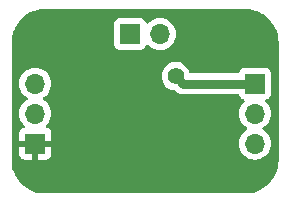
<source format=gbr>
%TF.GenerationSoftware,KiCad,Pcbnew,7.0.11*%
%TF.CreationDate,2024-08-15T23:53:51-03:00*%
%TF.ProjectId,amplifiers,616d706c-6966-4696-9572-732e6b696361,0.1*%
%TF.SameCoordinates,Original*%
%TF.FileFunction,Copper,L2,Bot*%
%TF.FilePolarity,Positive*%
%FSLAX46Y46*%
G04 Gerber Fmt 4.6, Leading zero omitted, Abs format (unit mm)*
G04 Created by KiCad (PCBNEW 7.0.11) date 2024-08-15 23:53:51*
%MOMM*%
%LPD*%
G01*
G04 APERTURE LIST*
%TA.AperFunction,ComponentPad*%
%ADD10R,1.700000X1.700000*%
%TD*%
%TA.AperFunction,ComponentPad*%
%ADD11O,1.700000X1.700000*%
%TD*%
%TA.AperFunction,ViaPad*%
%ADD12C,0.800000*%
%TD*%
%TA.AperFunction,ViaPad*%
%ADD13C,1.400000*%
%TD*%
%TA.AperFunction,Conductor*%
%ADD14C,0.800000*%
%TD*%
G04 APERTURE END LIST*
D10*
%TO.P,J3,1,Pin_1*%
%TO.N,+9V*%
X158800000Y-86500000D03*
D11*
%TO.P,J3,2,Pin_2*%
%TO.N,Net-(J3-Pin_2)*%
X158800000Y-89040000D03*
%TO.P,J3,3,Pin_3*%
%TO.N,Net-(J3-Pin_3)*%
X158800000Y-91580000D03*
%TD*%
D10*
%TO.P,J1,1,Pin_1*%
%TO.N,-9V*%
X140200000Y-91580000D03*
D11*
%TO.P,J1,2,Pin_2*%
%TO.N,Net-(J1-Pin_2)*%
X140200000Y-89040000D03*
%TO.P,J1,3,Pin_3*%
%TO.N,Net-(J1-Pin_3)*%
X140200000Y-86500000D03*
%TD*%
D10*
%TO.P,J2,1,Pin_1*%
%TO.N,Net-(J2-Pin_1)*%
X148230000Y-82300000D03*
D11*
%TO.P,J2,2,Pin_2*%
%TO.N,Net-(J2-Pin_2)*%
X150770000Y-82300000D03*
%TD*%
D12*
%TO.N,-9V*%
X143410000Y-90430000D03*
X157150000Y-94700000D03*
X144660000Y-85080000D03*
X140870000Y-81860000D03*
X150050000Y-93150000D03*
X157630000Y-82630000D03*
X141860000Y-94900000D03*
X149550000Y-85880000D03*
D13*
%TO.N,+9V*%
X152100000Y-85870000D03*
%TD*%
D14*
%TO.N,+9V*%
X152730000Y-86500000D02*
X152100000Y-85870000D01*
X158800000Y-86500000D02*
X152730000Y-86500000D01*
%TD*%
%TA.AperFunction,Conductor*%
%TO.N,-9V*%
G36*
X158003472Y-80200695D02*
G01*
X158306503Y-80217713D01*
X158320301Y-80219267D01*
X158616080Y-80269522D01*
X158629636Y-80272616D01*
X158917927Y-80355672D01*
X158931051Y-80360265D01*
X159208222Y-80475072D01*
X159220744Y-80481101D01*
X159423184Y-80592986D01*
X159483328Y-80626227D01*
X159495102Y-80633625D01*
X159739789Y-80807239D01*
X159750657Y-80815907D01*
X159974352Y-81015815D01*
X159984184Y-81025647D01*
X160184092Y-81249342D01*
X160192763Y-81260214D01*
X160366374Y-81504897D01*
X160373772Y-81516671D01*
X160518894Y-81779248D01*
X160524927Y-81791777D01*
X160639734Y-82068948D01*
X160644327Y-82082072D01*
X160727383Y-82370363D01*
X160730477Y-82383920D01*
X160780730Y-82679688D01*
X160782287Y-82693506D01*
X160799305Y-82996527D01*
X160799500Y-83003480D01*
X160799500Y-92996519D01*
X160799305Y-93003472D01*
X160782287Y-93306493D01*
X160780730Y-93320311D01*
X160730477Y-93616079D01*
X160727383Y-93629636D01*
X160644327Y-93917927D01*
X160639734Y-93931051D01*
X160524927Y-94208222D01*
X160518894Y-94220751D01*
X160373772Y-94483328D01*
X160366374Y-94495102D01*
X160192763Y-94739785D01*
X160184092Y-94750657D01*
X159984184Y-94974352D01*
X159974352Y-94984184D01*
X159750657Y-95184092D01*
X159739785Y-95192763D01*
X159495102Y-95366374D01*
X159483328Y-95373772D01*
X159220751Y-95518894D01*
X159208222Y-95524927D01*
X158931051Y-95639734D01*
X158917927Y-95644327D01*
X158629636Y-95727383D01*
X158616079Y-95730477D01*
X158320311Y-95780730D01*
X158306493Y-95782287D01*
X158003472Y-95799305D01*
X157996519Y-95799500D01*
X141003481Y-95799500D01*
X140996528Y-95799305D01*
X140693506Y-95782287D01*
X140679688Y-95780730D01*
X140383920Y-95730477D01*
X140370363Y-95727383D01*
X140082072Y-95644327D01*
X140068948Y-95639734D01*
X139791777Y-95524927D01*
X139779248Y-95518894D01*
X139516671Y-95373772D01*
X139504897Y-95366374D01*
X139260214Y-95192763D01*
X139249342Y-95184092D01*
X139025647Y-94984184D01*
X139015815Y-94974352D01*
X138815907Y-94750657D01*
X138807236Y-94739785D01*
X138633625Y-94495102D01*
X138626227Y-94483328D01*
X138481105Y-94220751D01*
X138475072Y-94208222D01*
X138360265Y-93931051D01*
X138355672Y-93917927D01*
X138272616Y-93629636D01*
X138269522Y-93616079D01*
X138250030Y-93501356D01*
X138219267Y-93320301D01*
X138217713Y-93306503D01*
X138200695Y-93003472D01*
X138200500Y-92996519D01*
X138200500Y-89040000D01*
X138844341Y-89040000D01*
X138864936Y-89275403D01*
X138864938Y-89275413D01*
X138926094Y-89503655D01*
X138926096Y-89503659D01*
X138926097Y-89503663D01*
X139025965Y-89717830D01*
X139025967Y-89717834D01*
X139134281Y-89872521D01*
X139161501Y-89911396D01*
X139161506Y-89911402D01*
X139283818Y-90033714D01*
X139317303Y-90095037D01*
X139312319Y-90164729D01*
X139270447Y-90220662D01*
X139239471Y-90237577D01*
X139107912Y-90286646D01*
X139107906Y-90286649D01*
X138992812Y-90372809D01*
X138992809Y-90372812D01*
X138906649Y-90487906D01*
X138906645Y-90487913D01*
X138856403Y-90622620D01*
X138856401Y-90622627D01*
X138850000Y-90682155D01*
X138850000Y-91330000D01*
X139766314Y-91330000D01*
X139740507Y-91370156D01*
X139700000Y-91508111D01*
X139700000Y-91651889D01*
X139740507Y-91789844D01*
X139766314Y-91830000D01*
X138850000Y-91830000D01*
X138850000Y-92477844D01*
X138856401Y-92537372D01*
X138856403Y-92537379D01*
X138906645Y-92672086D01*
X138906649Y-92672093D01*
X138992809Y-92787187D01*
X138992812Y-92787190D01*
X139107906Y-92873350D01*
X139107913Y-92873354D01*
X139242620Y-92923596D01*
X139242627Y-92923598D01*
X139302155Y-92929999D01*
X139302172Y-92930000D01*
X139950000Y-92930000D01*
X139950000Y-92015501D01*
X140057685Y-92064680D01*
X140164237Y-92080000D01*
X140235763Y-92080000D01*
X140342315Y-92064680D01*
X140450000Y-92015501D01*
X140450000Y-92930000D01*
X141097828Y-92930000D01*
X141097844Y-92929999D01*
X141157372Y-92923598D01*
X141157379Y-92923596D01*
X141292086Y-92873354D01*
X141292093Y-92873350D01*
X141407187Y-92787190D01*
X141407190Y-92787187D01*
X141493350Y-92672093D01*
X141493354Y-92672086D01*
X141543596Y-92537379D01*
X141543598Y-92537372D01*
X141549999Y-92477844D01*
X141550000Y-92477827D01*
X141550000Y-91830000D01*
X140633686Y-91830000D01*
X140659493Y-91789844D01*
X140700000Y-91651889D01*
X140700000Y-91508111D01*
X140659493Y-91370156D01*
X140633686Y-91330000D01*
X141550000Y-91330000D01*
X141550000Y-90682172D01*
X141549999Y-90682155D01*
X141543598Y-90622627D01*
X141543596Y-90622620D01*
X141493354Y-90487913D01*
X141493350Y-90487906D01*
X141407190Y-90372812D01*
X141407187Y-90372809D01*
X141292093Y-90286649D01*
X141292088Y-90286646D01*
X141160528Y-90237577D01*
X141104595Y-90195705D01*
X141080178Y-90130241D01*
X141095030Y-90061968D01*
X141116175Y-90033720D01*
X141238495Y-89911401D01*
X141374035Y-89717830D01*
X141473903Y-89503663D01*
X141535063Y-89275408D01*
X141555659Y-89040000D01*
X141535063Y-88804592D01*
X141473903Y-88576337D01*
X141374035Y-88362171D01*
X141238495Y-88168599D01*
X141238494Y-88168597D01*
X141071402Y-88001506D01*
X141071396Y-88001501D01*
X140885842Y-87871575D01*
X140842217Y-87816998D01*
X140835023Y-87747500D01*
X140866546Y-87685145D01*
X140885842Y-87668425D01*
X140908026Y-87652891D01*
X141071401Y-87538495D01*
X141238495Y-87371401D01*
X141374035Y-87177830D01*
X141473903Y-86963663D01*
X141535063Y-86735408D01*
X141555659Y-86500000D01*
X141535063Y-86264592D01*
X141473903Y-86036337D01*
X141396338Y-85870000D01*
X150894357Y-85870000D01*
X150914884Y-86091535D01*
X150914885Y-86091537D01*
X150975769Y-86305523D01*
X150975775Y-86305538D01*
X151074938Y-86504683D01*
X151074943Y-86504691D01*
X151209020Y-86682238D01*
X151373437Y-86832123D01*
X151373439Y-86832125D01*
X151562595Y-86949245D01*
X151562596Y-86949245D01*
X151562599Y-86949247D01*
X151770060Y-87029618D01*
X151988757Y-87070500D01*
X151988764Y-87070500D01*
X151991380Y-87070989D01*
X152052013Y-87101819D01*
X152052281Y-87101522D01*
X152053386Y-87102517D01*
X152053661Y-87102657D01*
X152054532Y-87103548D01*
X152107505Y-87151245D01*
X152112215Y-87155715D01*
X152126616Y-87170116D01*
X152126626Y-87170125D01*
X152142458Y-87182946D01*
X152147393Y-87187161D01*
X152197780Y-87232530D01*
X152197786Y-87232534D01*
X152209919Y-87239539D01*
X152225951Y-87250557D01*
X152236851Y-87259384D01*
X152297295Y-87290181D01*
X152302975Y-87293264D01*
X152361716Y-87327179D01*
X152375051Y-87331511D01*
X152393018Y-87338953D01*
X152405513Y-87345320D01*
X152471031Y-87362875D01*
X152477217Y-87364707D01*
X152541744Y-87385674D01*
X152555688Y-87387139D01*
X152574814Y-87390685D01*
X152584441Y-87393264D01*
X152588355Y-87394313D01*
X152656098Y-87397862D01*
X152662552Y-87398371D01*
X152671379Y-87399298D01*
X152682808Y-87400500D01*
X152703175Y-87400500D01*
X152709664Y-87400670D01*
X152777388Y-87404219D01*
X152791228Y-87402027D01*
X152810627Y-87400500D01*
X157348560Y-87400500D01*
X157415599Y-87420185D01*
X157461354Y-87472989D01*
X157464742Y-87481167D01*
X157506202Y-87592328D01*
X157506206Y-87592335D01*
X157592452Y-87707544D01*
X157592455Y-87707547D01*
X157707664Y-87793793D01*
X157707671Y-87793797D01*
X157839081Y-87842810D01*
X157895015Y-87884681D01*
X157919432Y-87950145D01*
X157904580Y-88018418D01*
X157883430Y-88046673D01*
X157761503Y-88168600D01*
X157625965Y-88362169D01*
X157625964Y-88362171D01*
X157526098Y-88576335D01*
X157526094Y-88576344D01*
X157464938Y-88804586D01*
X157464936Y-88804596D01*
X157444341Y-89039999D01*
X157444341Y-89040000D01*
X157464936Y-89275403D01*
X157464938Y-89275413D01*
X157526094Y-89503655D01*
X157526096Y-89503659D01*
X157526097Y-89503663D01*
X157625965Y-89717830D01*
X157625967Y-89717834D01*
X157734281Y-89872521D01*
X157761501Y-89911396D01*
X157761506Y-89911402D01*
X157928597Y-90078493D01*
X157928603Y-90078498D01*
X158114158Y-90208425D01*
X158157783Y-90263002D01*
X158164977Y-90332500D01*
X158133454Y-90394855D01*
X158114158Y-90411575D01*
X157928597Y-90541505D01*
X157761505Y-90708597D01*
X157625965Y-90902169D01*
X157625964Y-90902171D01*
X157526098Y-91116335D01*
X157526094Y-91116344D01*
X157464938Y-91344586D01*
X157464936Y-91344596D01*
X157444341Y-91579999D01*
X157444341Y-91580000D01*
X157464936Y-91815403D01*
X157464938Y-91815413D01*
X157526094Y-92043655D01*
X157526096Y-92043659D01*
X157526097Y-92043663D01*
X157625965Y-92257830D01*
X157625967Y-92257834D01*
X157734281Y-92412521D01*
X157761505Y-92451401D01*
X157928599Y-92618495D01*
X158005135Y-92672086D01*
X158122165Y-92754032D01*
X158122167Y-92754033D01*
X158122170Y-92754035D01*
X158336337Y-92853903D01*
X158564592Y-92915063D01*
X158735319Y-92930000D01*
X158799999Y-92935659D01*
X158800000Y-92935659D01*
X158800001Y-92935659D01*
X158864681Y-92930000D01*
X159035408Y-92915063D01*
X159263663Y-92853903D01*
X159477830Y-92754035D01*
X159671401Y-92618495D01*
X159838495Y-92451401D01*
X159974035Y-92257830D01*
X160073903Y-92043663D01*
X160135063Y-91815408D01*
X160155659Y-91580000D01*
X160135063Y-91344592D01*
X160073903Y-91116337D01*
X159974035Y-90902171D01*
X159838495Y-90708599D01*
X159838494Y-90708597D01*
X159671402Y-90541506D01*
X159671396Y-90541501D01*
X159485842Y-90411575D01*
X159442217Y-90356998D01*
X159435023Y-90287500D01*
X159466546Y-90225145D01*
X159485842Y-90208425D01*
X159597500Y-90130241D01*
X159671401Y-90078495D01*
X159838495Y-89911401D01*
X159974035Y-89717830D01*
X160073903Y-89503663D01*
X160135063Y-89275408D01*
X160155659Y-89040000D01*
X160135063Y-88804592D01*
X160073903Y-88576337D01*
X159974035Y-88362171D01*
X159838495Y-88168599D01*
X159716567Y-88046671D01*
X159683084Y-87985351D01*
X159688068Y-87915659D01*
X159729939Y-87859725D01*
X159760915Y-87842810D01*
X159892331Y-87793796D01*
X160007546Y-87707546D01*
X160093796Y-87592331D01*
X160144091Y-87457483D01*
X160150500Y-87397873D01*
X160150499Y-86500000D01*
X160150499Y-85602129D01*
X160150498Y-85602123D01*
X160150182Y-85599184D01*
X160144091Y-85542517D01*
X160135257Y-85518833D01*
X160093797Y-85407671D01*
X160093793Y-85407664D01*
X160007547Y-85292455D01*
X160007544Y-85292452D01*
X159892335Y-85206206D01*
X159892328Y-85206202D01*
X159757482Y-85155908D01*
X159757483Y-85155908D01*
X159697883Y-85149501D01*
X159697881Y-85149500D01*
X159697873Y-85149500D01*
X159697864Y-85149500D01*
X157902129Y-85149500D01*
X157902123Y-85149501D01*
X157842516Y-85155908D01*
X157707671Y-85206202D01*
X157707664Y-85206206D01*
X157592455Y-85292452D01*
X157592452Y-85292455D01*
X157506206Y-85407664D01*
X157506202Y-85407671D01*
X157464742Y-85518833D01*
X157422871Y-85574767D01*
X157357407Y-85599184D01*
X157348560Y-85599500D01*
X153364824Y-85599500D01*
X153297785Y-85579815D01*
X153252030Y-85527011D01*
X153245558Y-85509435D01*
X153231921Y-85461506D01*
X153224229Y-85434472D01*
X153153511Y-85292452D01*
X153125063Y-85235320D01*
X153125056Y-85235308D01*
X152990979Y-85057761D01*
X152826562Y-84907876D01*
X152826560Y-84907874D01*
X152637404Y-84790754D01*
X152637398Y-84790752D01*
X152429940Y-84710382D01*
X152211243Y-84669500D01*
X151988757Y-84669500D01*
X151770060Y-84710382D01*
X151638864Y-84761207D01*
X151562601Y-84790752D01*
X151562595Y-84790754D01*
X151373439Y-84907874D01*
X151373437Y-84907876D01*
X151209020Y-85057761D01*
X151074943Y-85235308D01*
X151074938Y-85235316D01*
X150975775Y-85434461D01*
X150975769Y-85434476D01*
X150914885Y-85648462D01*
X150914884Y-85648464D01*
X150894357Y-85869999D01*
X150894357Y-85870000D01*
X141396338Y-85870000D01*
X141374035Y-85822171D01*
X141252404Y-85648462D01*
X141238494Y-85628597D01*
X141071402Y-85461506D01*
X141071395Y-85461501D01*
X140877834Y-85325967D01*
X140877830Y-85325965D01*
X140877828Y-85325964D01*
X140663663Y-85226097D01*
X140663659Y-85226096D01*
X140663655Y-85226094D01*
X140435413Y-85164938D01*
X140435403Y-85164936D01*
X140200001Y-85144341D01*
X140199999Y-85144341D01*
X139964596Y-85164936D01*
X139964586Y-85164938D01*
X139736344Y-85226094D01*
X139736335Y-85226098D01*
X139522171Y-85325964D01*
X139522169Y-85325965D01*
X139328597Y-85461505D01*
X139161505Y-85628597D01*
X139025965Y-85822169D01*
X139025964Y-85822171D01*
X138926098Y-86036335D01*
X138926094Y-86036344D01*
X138864938Y-86264586D01*
X138864936Y-86264596D01*
X138844341Y-86499999D01*
X138844341Y-86500000D01*
X138864936Y-86735403D01*
X138864938Y-86735413D01*
X138926094Y-86963655D01*
X138926096Y-86963659D01*
X138926097Y-86963663D01*
X138990846Y-87102517D01*
X139025965Y-87177830D01*
X139025967Y-87177834D01*
X139106799Y-87293273D01*
X139156823Y-87364715D01*
X139161501Y-87371395D01*
X139161506Y-87371402D01*
X139328597Y-87538493D01*
X139328603Y-87538498D01*
X139514158Y-87668425D01*
X139557783Y-87723002D01*
X139564977Y-87792500D01*
X139533454Y-87854855D01*
X139514158Y-87871575D01*
X139328597Y-88001505D01*
X139161505Y-88168597D01*
X139025965Y-88362169D01*
X139025964Y-88362171D01*
X138926098Y-88576335D01*
X138926094Y-88576344D01*
X138864938Y-88804586D01*
X138864936Y-88804596D01*
X138844341Y-89039999D01*
X138844341Y-89040000D01*
X138200500Y-89040000D01*
X138200500Y-83197870D01*
X146879500Y-83197870D01*
X146879501Y-83197876D01*
X146885908Y-83257483D01*
X146936202Y-83392328D01*
X146936206Y-83392335D01*
X147022452Y-83507544D01*
X147022455Y-83507547D01*
X147137664Y-83593793D01*
X147137671Y-83593797D01*
X147272517Y-83644091D01*
X147272516Y-83644091D01*
X147279444Y-83644835D01*
X147332127Y-83650500D01*
X149127872Y-83650499D01*
X149187483Y-83644091D01*
X149322331Y-83593796D01*
X149437546Y-83507546D01*
X149523796Y-83392331D01*
X149572810Y-83260916D01*
X149614681Y-83204984D01*
X149680145Y-83180566D01*
X149748418Y-83195417D01*
X149776673Y-83216569D01*
X149898599Y-83338495D01*
X149995384Y-83406265D01*
X150092165Y-83474032D01*
X150092167Y-83474033D01*
X150092170Y-83474035D01*
X150306337Y-83573903D01*
X150534592Y-83635063D01*
X150711034Y-83650500D01*
X150769999Y-83655659D01*
X150770000Y-83655659D01*
X150770001Y-83655659D01*
X150828966Y-83650500D01*
X151005408Y-83635063D01*
X151233663Y-83573903D01*
X151447830Y-83474035D01*
X151641401Y-83338495D01*
X151808495Y-83171401D01*
X151944035Y-82977830D01*
X152043903Y-82763663D01*
X152105063Y-82535408D01*
X152125659Y-82300000D01*
X152105063Y-82064592D01*
X152043903Y-81836337D01*
X151944035Y-81622171D01*
X151870164Y-81516671D01*
X151808494Y-81428597D01*
X151641402Y-81261506D01*
X151641395Y-81261501D01*
X151447834Y-81125967D01*
X151447830Y-81125965D01*
X151447828Y-81125964D01*
X151233663Y-81026097D01*
X151233659Y-81026096D01*
X151233655Y-81026094D01*
X151005413Y-80964938D01*
X151005403Y-80964936D01*
X150770001Y-80944341D01*
X150769999Y-80944341D01*
X150534596Y-80964936D01*
X150534586Y-80964938D01*
X150306344Y-81026094D01*
X150306335Y-81026098D01*
X150092171Y-81125964D01*
X150092169Y-81125965D01*
X149898600Y-81261503D01*
X149776673Y-81383430D01*
X149715350Y-81416914D01*
X149645658Y-81411930D01*
X149589725Y-81370058D01*
X149572810Y-81339081D01*
X149523797Y-81207671D01*
X149523793Y-81207664D01*
X149437547Y-81092455D01*
X149437544Y-81092452D01*
X149322335Y-81006206D01*
X149322328Y-81006202D01*
X149187482Y-80955908D01*
X149187483Y-80955908D01*
X149127883Y-80949501D01*
X149127881Y-80949500D01*
X149127873Y-80949500D01*
X149127864Y-80949500D01*
X147332129Y-80949500D01*
X147332123Y-80949501D01*
X147272516Y-80955908D01*
X147137671Y-81006202D01*
X147137664Y-81006206D01*
X147022455Y-81092452D01*
X147022452Y-81092455D01*
X146936206Y-81207664D01*
X146936202Y-81207671D01*
X146885908Y-81342517D01*
X146879501Y-81402116D01*
X146879500Y-81402135D01*
X146879500Y-83197870D01*
X138200500Y-83197870D01*
X138200500Y-83003480D01*
X138200695Y-82996527D01*
X138203608Y-82944664D01*
X138217713Y-82693494D01*
X138219267Y-82679700D01*
X138269523Y-82383915D01*
X138272616Y-82370363D01*
X138292888Y-82300000D01*
X138355673Y-82082068D01*
X138360265Y-82068948D01*
X138456616Y-81836335D01*
X138475075Y-81791768D01*
X138481097Y-81779262D01*
X138626230Y-81516665D01*
X138633625Y-81504897D01*
X138807245Y-81260201D01*
X138815896Y-81249354D01*
X139015816Y-81025645D01*
X139025647Y-81015815D01*
X139249354Y-80815896D01*
X139260201Y-80807245D01*
X139504902Y-80633621D01*
X139516665Y-80626230D01*
X139779262Y-80481097D01*
X139791768Y-80475075D01*
X140068948Y-80360265D01*
X140082068Y-80355673D01*
X140370369Y-80272614D01*
X140383915Y-80269523D01*
X140679700Y-80219267D01*
X140693494Y-80217713D01*
X140996528Y-80200695D01*
X141003481Y-80200500D01*
X141039882Y-80200500D01*
X157960118Y-80200500D01*
X157996519Y-80200500D01*
X158003472Y-80200695D01*
G37*
%TD.AperFunction*%
%TD*%
M02*

</source>
